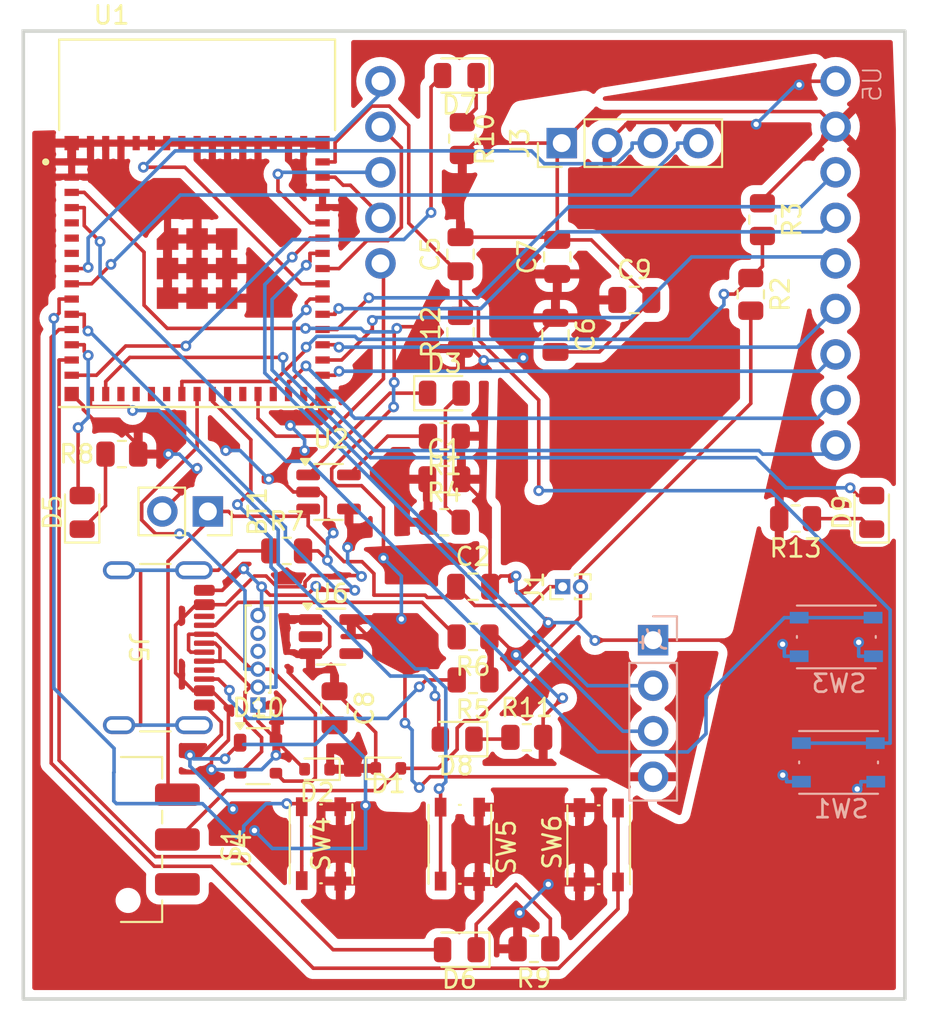
<source format=kicad_pcb>
(kicad_pcb (version 20240108) (generator "pcbnew") (generator_version "8.0")
  (layers (0 "F.Cu" signal) (31 "B.Cu" signal) (34 "B.Paste" user) (35 "F.Paste" user) (36 "B.SilkS" user "B.Silkscreen") (37 "F.SilkS" user "F.Silkscreen") (38 "B.Mask" user) (39 "F.Mask" user) (44 "Edge.Cuts" user))
  (net 0 "")
  (net 1 "GND")
  (net 2 "Net-(BT1-+)")
  (net 3 "+5V")
  (net 4 "VDD")
  (net 5 "+3V3")
  (net 6 "Net-(U1-EN)")
  (net 7 "Net-(D1-A)")
  (net 8 "Net-(D3-A)")
  (net 9 "/STAT")
  (net 10 "/DP")
  (net 11 "/DN")
  (net 12 "/LED_1")
  (net 13 "Net-(D5-K)")
  (net 14 "/LED_2")
  (net 15 "Net-(D6-K)")
  (net 16 "/LED_3")
  (net 17 "Net-(D7-K)")
  (net 18 "/LED_4")
  (net 19 "Net-(D8-K)")
  (net 20 "/LED_5")
  (net 21 "Net-(D9-K)")
  (net 22 "/CC1")
  (net 23 "/CC2")
  (net 24 "/OLED_SDA")
  (net 25 "/OLED_SCL")
  (net 26 "/TX")
  (net 27 "/RX")
  (net 28 "Net-(U2-PROG)")
  (net 29 "/BAT")
  (net 31 "Net-(U1-IO0)")
  (net 32 "/BTN_1")
  (net 33 "/BTN_2")
  (net 34 "/BTN_3")
  (net 35 "/LORA_G2")
  (net 39 "/LORA_G4")
  (net 43 "/LORA_CS")
  (net 45 "/LORA_RST")
  (net 46 "/LORA_GO")
  (net 49 "/LORA_EN")
  (net 50 "/LORA_SCK")
  (net 51 "/LORA_G1")
  (net 54 "/LORA_MISO")
  (net 55 "/LORA_MOSI")
  (net 56 "/LORA_G5")
  (net 57 "/LORA_G3")
  (net 60 "Net-(J5-SHIELD)")
  (net 61 "Net-(J5-CC1)")
  (net 62 "Net-(J5-CC2)")
  (footprint "Capacitor_SMD:C_0805_2012Metric" (layer "F.Cu") (at 143.9 69.25 90)
    (property "Reference" "C5")
    (property "Value" "1u")
  )
  (footprint "Package_TO_SOT_SMD:SOT-143" (layer "F.Cu") (at 132.6 97.25)
    (property "Reference" "D10")
    (property "Value" "SP0503BAHTG")
  )
  (footprint "LED_SMD:LED_0805_2012Metric" (layer "F.Cu") (at 143.8375 108.05 180)
    (property "Reference" "D6")
    (property "Value" "LED")
  )
  (footprint "Resistor_SMD:R_0805_2012Metric" (layer "F.Cu") (at 160.75 67.32 -90)
    (property "Reference" "R3")
    (property "Value" "5k1")
  )
  (footprint "Package_TO_SOT_SMD:SOT-23-5" (layer "F.Cu") (at 136.6688 90.5812)
    (property "Reference" "U6")
    (property "Value" "LP5907MFX-3.3")
  )
  (footprint "Resistor_SMD:R_0805_2012Metric" (layer "F.Cu") (at 144.6 93 180)
    (property "Reference" "R5")
    (property "Value" "5k1")
  )
  (footprint "Button_Switch_SMD:SW_Push_1P1T_NO_Vertical_Wuerth_434133025816" (layer "F.Cu") (at 136.115 102.145 -90)
    (property "Reference" "SW4")
    (property "Value" "Boot")
  )
  (footprint "Resistor_SMD:R_0805_2012Metric" (layer "F.Cu") (at 148 108 180)
    (property "Reference" "R9")
    (property "Value" "R")
  )
  (footprint "Button_Switch_SMD:SW_SPDT_CK_JS102011SAQN" (layer "F.Cu") (at 125.35 101.9 -90)
    (property "Reference" "S1")
    (property "Value" "JS102011SAQN")
  )
  (footprint "Capacitor_SMD:C_0805_2012Metric" (layer "F.Cu") (at 149.2 73.75 -90)
    (property "Reference" "C6")
    (property "Value" "22u")
  )
  (footprint "Diode_SMD:D_SOD-523" (layer "F.Cu") (at 139.8688 97.9312)
    (property "Reference" "D1")
    (property "Value" "D_Schottky")
  )
  (footprint "Resistor_SMD:R_0805_2012Metric" (layer "F.Cu") (at 143 79.4 180)
    (property "Reference" "R1")
    (property "Value" "2k")
  )
  (footprint "Connector_PinHeader_1.00mm:PinHeader_1x06_P1.00mm_Vertical" (layer "F.Cu") (at 132.6 94.4 180)
    (property "Reference" "U4")
    (property "Value" "USBC_Probe_Point")
  )
  (footprint "Connector_USB:USB_C_Receptacle_GCT_USB4105-xx-A_16P_TopMnt_Horizontal" (layer "F.Cu") (at 125.92 91.2 -90)
    (property "Reference" "J5")
    (property "Value" "USB_C_Receptacle_USB2.0_16P")
  )
  (footprint "Connector_PinSocket_2.54mm:PinSocket_1x02_P2.54mm_Vertical" (layer "F.Cu") (at 129.8 83.6 -90)
    (property "Reference" "BT1")
    (property "Value" "3.7")
  )
  (footprint "LED_SMD:LED_0805_2012Metric" (layer "F.Cu") (at 143.835 59.28 180)
    (property "Reference" "D7")
    (property "Value" "LED")
  )
  (footprint "Capacitor_SMD:C_0805_2012Metric" (layer "F.Cu") (at 144.6 87.8)
    (property "Reference" "C2")
    (property "Value" "4.7u")
  )
  (footprint "Resistor_SMD:R_0805_2012Metric" (layer "F.Cu") (at 162.6 84 180)
    (property "Reference" "R13")
    (property "Value" "R")
  )
  (footprint "Resistor_SMD:R_0805_2012Metric" (layer "F.Cu") (at 147.6 96.2)
    (property "Reference" "R11")
    (property "Value" "R")
  )
  (footprint "Button_Switch_SMD:SW_Push_1P1T_NO_Vertical_Wuerth_434133025816" (layer "F.Cu") (at 143.865 102.17 -90)
    (property "Reference" "SW5")
    (property "Value" "Boot")
  )
  (footprint "Resistor_SMD:R_0805_2012Metric" (layer "F.Cu") (at 143 84.2)
    (property "Reference" "R4")
    (property "Value" "470")
  )
  (footprint "Resistor_SMD:R_0805_2012Metric" (layer "F.Cu") (at 134.2 85.8)
    (property "Reference" "R7")
    (property "Value" "100k")
  )
  (footprint "LED_SMD:LED_0805_2012Metric" (layer "F.Cu") (at 122.785 83.65 90)
    (property "Reference" "D5")
    (property "Value" "LED")
  )
  (footprint "LED_SMD:LED_0805_2012Metric" (layer "F.Cu") (at 143.7125 96.3 180)
    (property "Reference" "D8")
    (property "Value" "LED")
  )
  (footprint "LED_SMD:LED_0805_2012Metric" (layer "F.Cu") (at 166.85 83.65 90)
    (property "Reference" "D9")
    (property "Value" "LED")
  )
  (footprint "esp-s3-mini-1:XCVR_ESP32-S3-MINI-1-N8" (layer "F.Cu") (at 129.2 70.05)
    (property "Reference" "U1")
    (property "Value" "ESP32-S3-MINI-1-N8")
  )
  (footprint "Button_Switch_SMD:SW_Push_1P1T_NO_Vertical_Wuerth_434133025816" (layer "F.Cu") (at 151.615 102.195 90)
    (property "Reference" "SW6")
    (property "Value" "Boot")
  )
  (footprint "Capacitor_SMD:C_0805_2012Metric" (layer "F.Cu") (at 149.3 69.4 90)
    (property "Reference" "C7")
    (property "Value" "0.1u")
  )
  (footprint "Resistor_SMD:R_0805_2012Metric" (layer "F.Cu") (at 125 80.4)
    (property "Reference" "R8")
    (property "Value" "R")
  )
  (footprint "Capacitor_SMD:C_0805_2012Metric" (layer "F.Cu") (at 143 81.8)
    (property "Reference" "C1")
    (property "Value" "4.7u")
  )
  (footprint "Resistor_SMD:R_0805_2012Metric" (layer "F.Cu") (at 144 62.8 -90)
    (property "Reference" "R10")
    (property "Value" "R")
  )
  (footprint "Connector_PinHeader_2.54mm:PinHeader_1x04_P2.54mm_Vertical" (layer "F.Cu") (at 149.55 63.05 90)
    (property "Reference" "J3")
    (property "Value" "Conn_01x04_Pin")
  )
  (footprint "Diode_SMD:D_SOD-523" (layer "F.Cu") (at 135.9 97.9812 180)
    (property "Reference" "D2")
    (property "Value" "D_Schottky")
  )
  (footprint "Resistor_SMD:R_0805_2012Metric" (layer "F.Cu") (at 143.9 73.6 90)
    (property "Reference" "R12")
    (property "Value" "10k")
  )
  (footprint "Resistor_SMD:R_0805_2012Metric" (layer "F.Cu") (at 144.6 90.6 180)
    (property "Reference" "R6")
    (property "Value" "5k1")
  )
  (footprint "Capacitor_SMD:C_0805_2012Metric" (layer "F.Cu") (at 153.6 71.8)
    (property "Reference" "C9")
    (property "Value" "1u")
  )
  (footprint "Capacitor_SMD:C_0805_2012Metric" (layer "F.Cu") (at 136.8688 94.5812 -90)
    (property "Reference" "C8")
    (property "Value" "1u")
  )
  (footprint "LED_SMD:LED_0805_2012Metric" (layer "F.Cu") (at 143 77)
    (property "Reference" "D3")
    (property "Value" "LED")
  )
  (footprint "Package_TO_SOT_SMD:SOT-23-5" (layer "F.Cu") (at 136.5375 82.5125)
    (property "Reference" "U2")
    (property "Value" "MCP73831T-5ACI/OT")
  )
  (footprint "Connector_PinHeader_1.00mm:PinHeader_1x02_P1.00mm_Vertical" (layer "F.Cu") (at 149.6 87.8 90)
    (property "Reference" "J1")
    (property "Value" "Current Testing")
  )
  (footprint "Resistor_SMD:R_0805_2012Metric" (layer "F.Cu") (at 160.1 71.4875 -90)
    (property "Reference" "R2")
    (property "Value" "5k1")
  )
  (footprint "Connector_PinHeader_2.54mm:PinHeader_1x04_P2.54mm_Vertical" (layer "B.Cu") (at 154.65 90.78 180)
    (property "Reference" "J4")
    (property "Value" "Conn_01x04_Pin")
  )
  (footprint "Button_Switch_SMD:SW_Push_1P1T_NO_Vertical_Wuerth_434133025816" (layer "B.Cu") (at 165 97.6)
    (property "Reference" "SW1")
    (property "Value" "Boot")
  )
  (footprint "Custom_Lora:Lora_Adafruit" (layer "B.Cu") (at 164.835 59.6 -90)
    (property "Reference" "U5")
    (property "Value" "~")
  )
  (footprint "Button_Switch_SMD:SW_Push_1P1T_NO_Vertical_Wuerth_434133025816" (layer "B.Cu") (at 164.875 90.6)
    (property "Reference" "SW3")
    (property "Value" "Boot")
  )
  (gr_rect (start 119.5 56.8) (end 168.7 110.8) (stroke (width 0.2)) (fill none) (layer "Edge.Cuts"))
  (segment (start 151.42 90.78) (end 154.65 90.78) (width 0.2) (layer "F.Cu") (net 1))
  (segment (start 151.65 74.7) (end 154.55 71.8) (width 0.2) (layer "F.Cu") (net 1))
  (segment (start 134.571948 82.5125) (end 135.4 82.5125) (width 0.2) (layer "F.Cu") (net 1))
  (segment (start 148.8 104.4) (end 150.41 104.4) (width 0.2) (layer "F.Cu") (net 1))
  (segment (start 134.284152 92.2) (end 134.284152 92.556296) (width 0.2) (layer "F.Cu") (net 1))
  (segment (start 161.6481 90.78) (end 161.8748 91.0067) (width 0.2) (layer "F.Cu") (net 1))
  (segment (start 143.9 68.3) (end 149.15 68.3) (width 0.2) (layer "F.Cu") (net 1))
  (segment (start 149.15 68.3) (end 149.3 68.45) (width 0.2) (layer "F.Cu") (net 1))
  (segment (start 132.4 101.4) (end 131.6 100.6) (width 0.2) (layer "F.Cu") (net 1))
  (segment (start 149.3 68.45) (end 151.2 68.45) (width 0.2) (layer "F.Cu") (net 1))
  (segment (start 145.5125 90.6) (end 146 90.6) (width 0.2) (layer "F.Cu") (net 1))
  (segment (start 122.85 77.7) (end 122.85 77.917385) (width 0.2) (layer "F.Cu") (net 1))
  (segment (start 134.4 78.8) (end 134.45 78.8) (width 0.2) (layer "F.Cu") (net 1))
  (segment (start 146 90.6) (end 147 91.6) (width 0.2) (layer "F.Cu") (net 1))
  (segment (start 144 63.7125) (end 144 68.2) (width 0.2) (layer "F.Cu") (net 1))
  (segment (start 136.8 84.8) (end 136.3625 84.3625) (width 0.2) (layer "F.Cu") (net 1))
  (segment (start 135.1125 85.8) (end 135.95147 85.8) (width 0.2) (layer "F.Cu") (net 1))
  (segment (start 130.55 95.35) (end 129.6 94.4) (width 0.2) (layer "F.Cu") (net 1))
  (segment (start 130.758949 97.4) (end 130.758949 97.341051) (width 0.2) (layer "F.Cu") (net 1))
  (segment (start 129.2 81.2) (end 129 81.4) (width 0.2) (layer "F.Cu") (net 1))
  (segment (start 133.2 81.8) (end 133.859448 81.8) (width 0.2) (layer "F.Cu") (net 1))
  (segment (start 133.2697 88.2697) (end 135.3303 88.2697) (width 0.2) (layer "F.Cu") (net 1))
  (segment (start 160.75 66.4075) (end 160.75 66.225) (width 0.2) (layer "F.Cu") (net 1))
  (segment (start 136.8688 95.140944) (end 136.8688 95.5312) (width 0.2) (layer "F.Cu") (net 1))
  (segment (start 136.3625 84.3625) (end 136.3625 82.812501) (width 0.2) (layer "F.Cu") (net 1))
  (segment (start 136.3625 82.812501) (end 136.062499 82.5125) (width 0.2) (layer "F.Cu") (net 1))
  (segment (start 151.4 90.8) (end 151.42 90.78) (width 0.2) (layer "F.Cu") (net 1))
  (segment (start 147.0875 106.1125) (end 147.2 106) (width 0.2) (layer "F.Cu") (net 1))
  (segment (start 149.6 94) (end 148.5125 95.0875) (width 0.2) (layer "F.Cu") (net 1))
  (segment (start 147 91.6) (end 148.8 89.8) (width 0.2) (layer "F.Cu") (net 1))
  (segment (start 145.55 83.4) (end 143.95 81.8) (width 0.2) (layer "F.Cu") (net 1))
  (segment (start 164.835 62.14) (end 163.985 61.29) (width 0.2) (layer "F.Cu") (net 1))
  (segment (start 163.985 61.29) (end 151.31 61.29) (width 0.2) (layer "F.Cu") (net 1))
  (segment (start 130.6 88) (end 129.6 88) (width 0.2) (layer "F.Cu") (net 1))
  (segment (start 144.6625 63.05) (end 144 63.7125) (width 0.2) (layer "F.Cu") (net 1))
  (segment (start 149.3 68.45) (end 149.3 63.3) (width 0.2) (layer "F.Cu") (net 1))
  (segment (start 134.284152 92.556296) (end 136.8688 95.140944) (width 0.2) (layer "F.Cu") (net 1))
  (segment (start 128.8 97.2) (end 129.4 97.2) (width 0.2) (layer "F.Cu") (net 1))
  (segment (start 124.6 78.6) (end 125.9125 79.9125) (width 0.2) (layer "F.Cu") (net 1))
  (segment (start 133.859448 81.8) (end 134.571948 82.5125) (width 0.2) (layer "F.Cu") (net 1))
  (segment (start 160.75 66.225) (end 164.835 62.14) (width 0.2) (layer "F.Cu") (net 1))
  (segment (start 134.45 78.8) (end 136.2 77.05) (width 0.2) (layer "F.Cu") (net 1))
  (segment (start 133.2 81.8) (end 134.8 80.2) (width 0.2) (layer "F.Cu") (net 1))
  (segment (start 136.04853 88) (end 138 88) (width 0.2) (layer "F.Cu") (net 1))
  (segment (start 135.95147 85.8) (end 136.475735 86.324265) (width 0.2) (layer "F.Cu") (net 1))
  (segment (start 131.6 100.6) (end 131.2 100.2) (width 0.2) (layer "F.Cu") (net 1))
  (segment (start 131.8 86.8) (end 131.8 86.6) (width 0.2) (layer "F.Cu") (net 1))
  (segment (start 149.55 63.05) (end 144.6625 63.05) (width 0.2) (layer "F.Cu") (net 1))
  (segment (start 147.0875 108) (end 147.0875 106.1125) (width 0.2) (layer "F.Cu") (net 1))
  (segment (start 154.65 90.78) (end 161.6481 90.78) (width 0.2) (layer "F.Cu") (net 1))
  (segment (start 134.8 80.2) (end 135.2 80.2) (width 0.2) (layer "F.Cu") (net 1))
  (segment (start 145.55 87.8) (end 145.55 83.4) (width 0.2) (layer "F.Cu") (net 1))
  (segment (start 130.55 96.05) (end 130.55 95.35) (width 0.2) (layer "F.Cu") (net 1))
  (segment (start 135.824265 87.775735) (end 136.04853 88) (width 0.2) (layer "F.Cu") (net 1))
  (segment (start 122.85 77.917385) (end 123.532615 78.6) (width 0.2) (layer "F.Cu") (net 1))
  (segment (start 145.5125 90.6) (end 145.5125 93) (width 0.2) (layer "F.Cu") (net 1))
  (segment (start 125.9125 80.4) (end 127.6 80.4) (width 0.2) (layer "F.Cu") (net 1))
  (segment (start 144 68.2) (end 143.9 68.3) (width 0.2) (layer "F.Cu") (net 1))
  (segment (start 131.8 86.8) (end 130.6 88) (width 0.2) (layer "F.Cu") (net 1))
  (segment (start 151.31 61.29) (end 149.55 63.05) (width 0.2) (layer "F.Cu") (net 1))
  (segment (start 122.2 77.05) (end 122.85 77.7) (width 0.2) (layer "F.Cu") (net 1))
  (segment (start 129 81.4) (end 129 81.86) (width 0.2) (layer "F.Cu") (net 1))
  (segment (start 132.8 87.8) (end 133.2697 88.2697) (width 0.2) (layer "F.Cu") (net 1))
  (segment (start 149.2 74.7) (end 151.65 74.7) (width 0.2) (layer "F.Cu") (net 1))
  (segment (start 147 87.2) (end 146.15 87.2) (width 0.2) (layer "F.Cu") (net 1))
  (segment (start 150.41 104.4) (end 150.54 104.27) (width 0.2) (layer "F.Cu") (net 1))
  (segment (start 148.5125 95.0875) (end 148.5125 96.2) (width 0.2) (layer "F.Cu") (net 1))
  (segment (start 125.9125 79.9125) (end 125.9125 80.4) (width 0.2) (layer "F.Cu") (net 1))
  (segment (start 129 81.86) (end 127.26 83.6) (width 0.2) (layer "F.Cu") (net 1))
  (segment (start 129.4 97.2) (end 130.55 96.05) (width 0.2) (layer "F.Cu") (net 1))
  (segment (start 135.3303 88.2697) (end 135.824265 87.775735) (width 0.2) (layer "F.Cu") (net 1))
  (segment (start 123.532615 78.6) (end 124.6 78.6) (width 0.2) (layer "F.Cu") (net 1))
  (segment (start 151.2 68.45) (end 154.55 71.8) (width 0.2) (layer "F.Cu") (net 1))
  (segment (start 130.758949 97.341051) (end 131.6 96.5) (width 0.2) (layer "F.Cu") (net 1))
  (segment (start 149.3 63.3) (end 149.55 63.05) (width 0.2) (layer "F.Cu") (net 1))
  (segment (start 146.15 87.2) (end 145.55 87.8) (width 0.2) (layer "F.Cu") (net 1))
  (segment (start 136.062499 82.5125) (end 135.4 82.5125) (width 0.2) (layer "F.Cu") (net 1))
  (via (at 131.8 86.8) (size 0.6) (drill 0.3) (layers "F.Cu" "B.Cu") (net 1))
  (via (at 136.8 84.8) (size 0.6) (drill 0.3) (layers "F.Cu" "B.Cu") (net 1))
  (via (at 135.824265 87.775735) (size 0.6) (drill 0.3) (layers "F.Cu" "B.Cu") (net 1))
  (via (at 132.8 87.8) (size 0.6) (drill 0.3) (layers "F.Cu" "B.Cu") (net 1))
  (via (at 136.475735 86.324265) (size 0.6) (drill 0.3) (layers "F.Cu" "B.Cu") (net 1))
  (via (at 135.2 80.2) (size 0.6) (drill 0.3) (layers "F.Cu" "B.Cu") (net 1))
  (via (at 151.4 90.8) (size 0.6) (drill 0.3) (layers "F.Cu" "B.Cu") (net 1))
  (via (at 131.2 100.2) (size 0.6) (drill 0.3) (layers "F.Cu" "B.Cu") (net 1))
  (via (at 133.2 81.8) (size 0.6) (drill 0.3) (layers "F.Cu" "B.Cu") (net 1))
  (via (at 147 87.2) (size 0.6) (drill 0.3) (layers "F.Cu" "B.Cu") (net 1))
  (via (at 130.758949 97.4) (size 0.6) (drill 0.3) (layers "F.Cu" "B.Cu") (net 1))
  (via (at 148.8 89.8) (size 0.6) (drill 0.3) (layers "F.Cu" "B.Cu") (net 1))
  (via (at 147 91.6) (size 0.6) (drill 0.3) (layers "F.Cu" "B.Cu") (net 1))
  (via (at 134.4 78.8) (size 0.6) (drill 0.3) (layers "F.Cu" "B.Cu") (net 1))
  (via (at 138.6 100) (size 0.6) (drill 0.3) (layers "F.Cu" "B.Cu") (net 1))
  (via (at 166.1233 90.9) (size 0.6) (drill 0.3) (layers "F.Cu" "B.Cu") (net 1))
  (via (at 161.884 98.3077) (size 0.6) (drill 0.3) (layers "F.Cu" "B.Cu") (net 1))
  (via (at 130.8 80.2) (size 0.6) (drill 0.3) (layers "F.Cu" "B.Cu") (net 1))
  (via (at 161.8748 91.0067) (size 0.6) (drill 0.3) (layers "F.Cu" "B.Cu") (net 1))
  (via (at 129.2 81.2) (size 0.6) (drill 0.3) (layers "F.Cu" "B.Cu") (net 1))
  (via (at 127.6 80.4) (size 0.6) (drill 0.3) (layers "F.Cu" "B.Cu") (net 1))
  (via (at 166.0404 99.0839) (size 0.6) (drill 0.3) (layers "F.Cu" "B.Cu") (net 1))
  (via (at 149.6 94) (size 0.6) (drill 0.3) (layers "F.Cu" "B.Cu") (net 1))
  (via (at 147.2 106) (size 0.6) (drill 0.3) (layers "F.Cu" "B.Cu") (net 1))
  (via (at 128.8 97.2) (size 0.6) (drill 0.3) (layers "F.Cu" "B.Cu") (net 1))
  (via (at 132.4 101.4) (size 0.6) (drill 0.3) (layers "F.Cu" "B.Cu") (net 1))
  (via (at 148.8 104.4) (size 0.6) (drill 0.3) (layers "F.Cu" "B.Cu") (net 1))
  (via (at 138 88) (size 0.6) (drill 0.3) (layers "F.Cu" "B.Cu") (net 1))
  (segment (start 132.6 89.4) (end 132.8 89.2) (width 0.2) (layer "B.Cu") (net 1))
  (segment (start 138.6 100) (end 138.6 97.4) (width 0.2) (layer "B.Cu") (net 1))
  (segment (start 133.4 102.4) (end 132.4 101.4) (width 0.2) (layer "B.Cu") (net 1))
  (segment (start 130.8 80.2) (end 131.6 80.2) (width 0.2) (layer "B.Cu") (net 1))
  (segment (start 149.4 94) (end 149.6 94) (width 0.2) (layer "B.Cu") (net 1))
  (segment (start 128.8 97.2) (end 128.8 97.8) (width 0.2) (layer "B.Cu") (net 1))
  (segment (start 147 91.6) (end 149.4 94) (width 0.2) (layer "B.Cu") (net 1))
  (segment (start 148.8 89.8) (end 150.4 89.8) (width 0.2) (layer "B.Cu") (net 1))
  (segment (start 129 97.4) (end 130.758949 97.4) (width 0.2) (layer "B.Cu") (net 1))
  (segment (start 135.8 96.6) (end 131.8 96.6) (width 0.2) (layer "B.Cu") (net 1))
  (segment (start 135.2 80.2) (end 135.2 79.6) (width 0.2) (layer "B.Cu") (net 1))
  (segment (start 148.8 89.8) (end 147 88) (width 0.2) (layer "B.Cu") (net 1))
  (segment (start 132.8 87.8) (end 131.8 86.8) (width 0.2) (layer "B.Cu") (net 1))
  (segment (start 167.075 98.675) (end 166.2483 98.675) (width 0.2) (layer "B.Cu") (net 1))
  (segment (start 135.2 79.6) (end 134.4 78.8) (width 0.2) (layer "B.Cu") (net 1))
  (segment (start 131.6 80.2) (end 133.2 81.8) (width 0.2) (layer "B.Cu") (net 1))
  (segment (start 161.8748 91.0067) (end 161.9733 91.1052) (width 0.2) (layer "B.Cu") (net 1))
  (segment (start 129 81.2) (end 129.2 81.2) (width 0.2) (layer "B.Cu") (net 1))
  (segment (start 147.4 105.8) (end 148.8 104.4) (width 0.2) (layer "B.Cu") (net 1))
  (segment (start 136.475735 86.324265) (end 136.475735 85.124265) (width 0.2) (layer "B.Cu") (net 1))
  (segment (start 136.8 95.6) (end 135.8 96.6) (width 0.2) (layer "B.Cu") (net 1))
  (segment (start 147 88) (end 147 87.2) (width 0.2) (layer "B.Cu") (net 1))
  (segment (start 161.884 98.3077) (end 162.0983 98.522) (width 0.2) (layer "B.Cu") (net 1))
  (segment (start 138.6 97.4) (end 136.8 95.6) (width 0.2) (layer "B.Cu") (net 1))
  (segment (start 128.2 80.4) (end 129 81.2) (width 0.2) (layer "B.Cu") (net 1))
  (segment (start 136.475735 86.475735) (end 136.475735 86.324265) (width 0.2) (layer "B.Cu") (net 1))
  (segment (start 136.475735 85.124265) (end 136.8 84.8) (width 0.2) (layer "B.Cu") (net 1))
  (segment (start 138 88) (end 136.475735 86.475735) (width 0.2) (layer "B.Cu") (net 1))
  (segment (start 138.6 100) (end 138.6 102.4) (width 0.2) (layer "B.Cu") (net 1))
  (segment (start 166.1233 90.9) (end 166.1233 91.675) (width 0.2) (layer "B.Cu") (net 1))
  (segment (start 138.6 102.4) (end 133.4 102.4) (width 0.2) (layer "B.Cu") (net 1))
  (segment (start 166.0404 99.0839) (end 166.2483 98.876) (width 0.2) (layer "B.Cu") (net 1))
  (segment (start 132.8 89.2) (end 132.8 87.8) (width 0.2) (layer "B.Cu") (net 1))
  (segment (start 162.8 91.675) (end 161.9733 91.675) (width 0.2) (layer "B.Cu") (net 1))
  (segment (start 166.2483 98.876) (end 166.2483 98.675) (width 0.2) (layer "B.Cu") (net 1))
  (segment (start 166.95 91.675) (end 166.1233 91.675) (width 0.2) (layer "B.Cu") (net 1))
  (segment (start 128.8 97.8) (end 131.2 100.2) (width 0.2) (layer "B.Cu") (net 1))
  (segment (start 128.8 97.2) (end 129 97.4) (width 0.2) (layer "B.Cu") (net 1))
  (segment (start 161.9733 91.1052) (end 161.9733 91.675) (width 0.2) (layer "B.Cu") (net 1))
  (segment (start 150.4 89.8) (end 151.4 90.8) (width 0.2) (layer "B.Cu") (net 1))
  (segment (start 162.0983 98.522) (end 162.0983 98.675) (width 0.2) (layer "B.Cu") (net 1))
  (segment (start 127.6 80.4) (end 128.2 80.4) (width 0.2) (layer "B.Cu") (net 1))
  (segment (start 147.2 106) (end 147.4 105.8) (width 0.2) (layer "B.Cu") (net 1))
  (segment (start 162.925 98.675) (end 162.0983 98.675) (width 0.2) (layer "B.Cu") (net 1))
  (segment (start 142.053186 88.4) (end 141.922885 88.2697) (width 0.2) (layer "F.Cu") (net 2))
  (segment (start 147.8277 88.8456) (end 144.6956 88.8456) (width 0.2) (layer "F.Cu") (net 2))
  (segment (start 141.922885 88.2697) (end 139.0697 88.2697) (width 0.2) (layer "F.Cu") (net 2))
  (segment (start 129.8 83.6) (end 130.3533 83.6) (width 0.2) (layer "F.Cu") (net 2))
  (segment (start 135.4 83.8666) (end 131.2183 83.8666) (width 0.2) (layer "F.Cu") (net 2))
  (segment (start 144.6956 88.8456) (end 143.65 87.8) (width 0.2) (layer "F.Cu") (net 2))
  (segment (start 138.399999 86.4) (end 137.4 86.4) (width 0.2) (layer "F.Cu") (net 2))
  (segment (start 143.05 88.4) (end 142.053186 88.4) (width 0.2) (layer "F.Cu") (net 2))
  (segment (start 135.4 84.4) (end 135.4 83.8666) (width 0.2) (layer "F.Cu") (net 2))
  (segment (start 139.0697 88.2697) (end 139.0697 87.069701) (width 0.2) (layer "F.Cu") (net 2))
  (segment (start 130.3533 83.6) (end 130.9517 83.6) (width 0.2) (layer "F.Cu") (net 2))
  (segment (start 131.2183 83.8666) (end 130.9517 83.6) (width 0.2) (layer "F.Cu") (net 2))
  (segment (start 135.4 83.8666) (end 135.4 83.4625) (width 0.2) (layer "F.Cu") (net 2))
  (segment (start 143.65 87.8) (end 143.05 88.4) (width 0.2) (layer "F.Cu") (net 2))
  (segment (start 148.8733 87.8) (end 147.8277 88.8456) (width 0.2) (layer "F.Cu") (net 2))
  (segment (start 137.4 86.4) (end 135.4 84.4) (width 0.2) (layer "F.Cu") (net 2))
  (segment (start 149.6 87.8) (end 148.8733 87.8) (width 0.2) (layer "F.Cu") (net 2))
  (segment (start 127.5775 86.3758) (end 127.5775 98.8775) (width 0.2) (layer "F.Cu") (net 2))
  (segment (start 130.3533 83.6) (end 127.5775 86.3758) (width 0.2) (layer "F.Cu") (net 2))
  (segment (start 139.0697 87.069701) (end 138.399999 86.4) (width 0.2) (layer "F.Cu") (net 2))
  (segment (start 127.5775 98.8775) (end 128.1 99.4) (width 0.2) (layer "F.Cu") (net 2))
  (segment (start 129.6 88.8) (end 129.143 88.8) (width 0.2) (layer "F.Cu") (net 3))
  (segment (start 130.796414 88.8) (end 129.6 88.8) (width 0.2) (layer "F.Cu") (net 3))
  (segment (start 137.6 85.6) (end 137.675 85.525) (width 0.2) (layer "F.Cu") (net 3))
  (segment (start 133.648529 87.8) (end 133.048529 87.2) (width 0.2) (layer "F.Cu") (net 3))
  (segment (start 132.6 95.3) (end 133.6 96.3) (width 0.2) (layer "F.Cu") (net 3))
  (segment (start 128.99 93.6) (end 129.6 93.6) (width 0.2) (layer "F.Cu") (net 3))
  (segment (start 130.015552 93.6) (end 129.6 93.6) (width 0.2) (layer "F.Cu") (net 3))
  (segment (start 132.396414 87.2) (end 130.796414 88.8) (width 0.2) (layer "F.Cu") (net 3))
  (segment (start 128 89.9426) (end 128 92.6104) (width 0.2) (layer "F.Cu") (net 3))
  (segment (start 135.224265 87.8) (end 133.648529 87.8) (width 0.2) (layer "F.Cu") (net 3))
  (segment (start 132.6 94.4) (end 132.6 95.3) (width 0.2) (layer "F.Cu") (net 3))
  (segment (start 133.6 96.3812) (end 135.2 97.9812) (width 0.2) (layer "F.Cu") (net 3))
  (segment (start 130.95 94.534448) (end 130.015552 93.6) (width 0.2) (layer "F.Cu") (net 3))
  (segment (start 133.6 96.3) (end 133.6 96.3812) (width 0.2) (layer "F.Cu") (net 3))
  (segment (start 135.224265 87.527206) (end 135.224265 87.8) (width 0.2) (layer "F.Cu") (net 3))
  (segment (start 129.143 88.8) (end 128 89.9426) (width 0.2) (layer "F.Cu") (net 3))
  (segment (start 138.327205 87.175735) (end 135.575736 87.175735) (width 0.2) (layer "F.Cu") (net 3))
  (segment (start 130.95 96.36042) (end 130.95 94.534448) (width 0.2) (layer "F.Cu") (net 3))
  (segment (start 135.575736 87.175735) (end 135.224265 87.527206) (width 0.2) (layer "F.Cu") (net 3))
  (segment (start 130 97.31042) (end 130.95 96.36042) (width 0.2) (layer "F.Cu") (net 3))
  (segment (start 130 98) (end 130 97.31042) (width 0.2) (layer "F.Cu") (net 3))
  (segment (start 133.048529 87.2) (end 132.396414 87.2) (width 0.2) (layer "F.Cu") (net 3))
  (segment (start 138.375735 87.224265) (end 138.327205 87.175735) (width 0.2) (layer "F.Cu") (net 3))
  (segment (start 128 92.6104) (end 128.99 93.6) (width 0.2) (layer "F.Cu") (net 3))
  (segment (start 137.675 85.525) (end 137.675 83.4625) (width 0.2) (layer "F.Cu") (net 3))
  (via (at 133.6 97.2) (size 0.6) (drill 0.3) (layers "F.Cu" "B.Cu") (net 3))
  (via (at 137.6 85.6) (size 0.6) (drill 0.3) (layers "F.Cu" "B.Cu") (net 3))
  (via (at 137.6 85.6) (size 0.6) (drill 0.3) (layers "F.Cu" "B.Cu") (net 3))
  (via (at 130 98) (size 0.6) (drill 0.3) (layers "F.Cu" "B.Cu") (net 3))
  (via (at 138.375735 87.224265) (size 0.6) (drill 0.3) (layers "F.Cu" "B.Cu") (net 3))
  (segment (start 132.8 98) (end 133.6 97.2) (width 0.2) (layer "B.Cu") (net 3))
  (segment (start 137.6 86.44853) (end 137.6 85.6) (width 0.2) (layer "B.Cu") (net 3))
  (segment (start 130 98) (end 132.8 98) (width 0.2) (layer "B.Cu") (net 3))
  (segment (start 138.375735 87.224265) (end 137.6 86.44853) (width 0.2) (layer "B.Cu") (net 3))
  (segment (start 139.169 97.9312) (end 139.119 97.9812) (width 0.2) (layer "F.Cu") (net 4))
  (segment (start 135.5313 91.5312) (end 136.193799 91.5312) (width 0.2) (layer "F.Cu") (net 4))
  (segment (start 136.193799 91.5312) (end 136.6 91.124999) (width 0.2) (layer "F.Cu") (net 4))
  (segment (start 136.8688 93.6312) (end 139.1688 95.9312) (width 0.2) (layer "F.Cu") (net 4))
  (segment (start 139.1688 95.9312) (end 139.1688 97.9312) (width 0.2) (layer "F.Cu") (net 4))
  (segment (start 136.193799 89.6312) (end 135.5313 89.6312) (width 0.2) (layer "F.Cu") (net 4))
  (segment (start 136.6 91.124999) (end 136.6 90.037401) (width 0.2) (layer "F.Cu") (net 4))
  (segment (start 136.6 90.037401) (end 136.193799 89.6312) (width 0.2) (layer "F.Cu") (net 4))
  (segment (start 136.869 93.0688) (end 136.869 93.6312) (width 0.2) (layer "F.Cu") (net 4))
  (segment (start 147.6 74.8333) (end 147.6 74.4) (width 0.2) (layer "F.Cu") (net 5))
  (segment (start 140.3458 73.3846) (end 140.4363 73.2941) (width 0.2) (layer "F.Cu") (net 5))
  (segment (start 160.3 61.9) (end 160.4 62) (width 0.2) (layer "F.Cu") (net 5))
  (segment (start 143.9 74.5125) (end 144.5366 74.5125) (width 0.2) (layer "F.Cu") (net 5))
  (segment (start 122.2 65.8) (end 122.9017 65.8) (width 0.2) (layer "F.Cu") (net 5))
  (segment (start 140.2 73.5304) (end 140.3458 73.3846) (width 0.2) (layer "F.Cu") (net 5))
  (segment (start 127.5345 73.3869) (end 126.2398 72.0922) (width 0.2) (layer "F.Cu") (net 5))
  (segment (start 154.65 98.2403) (end 154.65 98.4) (width 0.2) (layer "F.Cu") (net 5))
  (segment (start 138.378052 82.1625) (end 139.6 83.384448) (width 0.2) (layer "F.Cu") (net 5))
  (segment (start 140.8 92.6249) (end 137.8063 89.6312) (width 0.2) (layer "F.Cu") (net 5))
  (segment (start 144.5366 74.5125) (end 145.2 75.1759) (width 0.2) (layer "F.Cu") (net 5))
  (segment (start 152.09 63.05) (end 153.24 61.9) (width 0.2) (layer "F.Cu") (net 5))
  (segment (start 147.6 74.4) (end 149.2 72.8) (width 0.2) (layer "F.Cu") (net 5))
  (segment (start 142.2 98.4) (end 141.6 99) (width 0.2) (layer "F.Cu") (net 5))
  (segment (start 140.5688 89.6312) (end 140.6 89.6) (width 0.2) (layer "F.Cu") (net 5))
  (segment (start 140.167224 77.767224) (end 136.7125 81.221948) (width 0.2) (layer "F.Cu") (net 5))
  (segment (start 136.971948 82.1625) (end 138.378052 82.1625) (width 0.2) (layer "F.Cu") (net 5))
  (segment (start 139.6 83.384448) (end 139.6 86.2) (width 0.2) (layer "F.Cu") (net 5))
  (segment (start 153.24 61.9) (end 160.3 61.9) (width 0.2) (layer "F.Cu") (net 5))
  (segment (start 140.2 76.4) (end 140.2 73.5304) (width 0.2) (layer "F.Cu") (net 5))
  (segment (start 141.3148 73.2941) (end 142.5332 74.5125) (width 0.2) (layer "F.Cu") (net 5))
  (segment (start 140.4363 73.2941) (end 141.3148 73.2941) (width 0.2) (layer "F.Cu") (net 5))
  (segment (start 136.7125 81.903052) (end 136.971948 82.1625) (width 0.2) (layer "F.Cu") (net 5))
  (segment (start 126.2398 69.1381) (end 122.9017 65.8) (width 0.2) (layer "F.Cu") (net 5))
  (segment (start 142.5332 74.5125) (end 143.9 74.5125) (width 0.2) (layer "F.Cu") (net 5))
  (segment (start 126.2398 72.0922) (end 126.2398 69.1381) (width 0.2) (layer "F.Cu") (net 5))
  (segment (start 154.65 98.4) (end 142.2 98.4) (width 0.2) (layer "F.Cu") (net 5))
  (segment (start 162.8 59.8) (end 163.2 59.8) (width 0.2) (layer "F.Cu") (net 5))
  (segment (start 140.8 95.4) (end 140.8 92.6249) (width 0.2) (layer "F.Cu") (net 5))
  (segment (start 135.2483 73.3869) (end 127.5345 73.3869) (width 0.2) (layer "F.Cu") (net 5))
  (segment (start 136.7125 81.221948) (end 136.7125 81.903052) (width 0.2) (layer "F.Cu") (net 5))
  (segment (start 137.8063 89.6312) (end 140.5688 89.6312) (width 0.2) (layer "F.Cu") (net 5))
  (segment (start 163.4 59.6) (end 164.835 59.6) (width 0.2) (layer "F.Cu") (net 5))
  (segment (start 163.2 59.8) (end 163.4 59.6) (width 0.2) (layer "F.Cu") (net 5))
  (segment (start 147.4 75.0333) (end 147.6 74.8333) (width 0.2) (layer "F.Cu") (net 5))
  (via (at 141.6 99) (size 0.6) (drill 0.3) (layers "F.Cu" "B.Cu") (net 5))
  (via (at 140.167224 77.767224) (size 0.6) (drill 0.3) (layers "F.Cu" "B.Cu") (net 5))
  (via (at 147.4 75.0333) (size 0.6) (drill 0.3) (layers "F.Cu" "B.Cu") (net 5))
  (via (at 140.3458 73.3846) (size 0.6) (drill 0.3) (layers "F.Cu" "B.Cu") (net 5))
  (via (at 145.2 75.1759) (size 0.6) (drill 0.3) (layers "F.Cu" "B.Cu") (net 5))
  (via (at 140.8 95.4) (size 0.6) (drill 0.3) (layers "F.Cu" "B.Cu") (net 5))
  (via (at 135.2483 73.3869) (size 0.6) (drill 0.3) (layers "F.Cu" "B.Cu") (net 5))
  (via (at 140.2 76.4) (size 0.6) (drill 0.3) (layers "F.Cu" "B.Cu") (net 5))
  (via (at 139.6 86.2) (size 0.6) (drill 0.3) (layers "F.Cu" "B.Cu") (net 5))
  (via (at 160.4 62) (size 0.6) (drill 0.3) (layers "F.Cu" "B.Cu") (net 5))
  (via (at 140.6 89.6) (size 0.6) (drill 0.3) (layers "F.Cu" "B.Cu") (net 5))
  (via (at 162.8 59.8) (size 0.6) (drill 0.3) (layers "F.Cu" "B.Cu") (net 5))
  (segment (start 147.2574 75.1759) (end 147.4 75.0333) (width 0.2) (layer "B.Cu") (net 5))
  (segment (start 138.5286 73.58) (end 138.3355 73.3869) (width 0.2) (layer "B.Cu") (net 5))
  (segment (start 138.3355 73.3869) (end 135.2483 73.3869) (width 0.2) (layer "B.Cu") (net 5))
  (segment (start 141.2 98.6) (end 141.2 95.8) (width 0.2) (layer "B.Cu") (net 5))
  (segment (start 140.1504 73.58) (end 138.5286 73.58) (width 0.2) (layer "B.Cu") (net 5))
  (segment (start 140.167224 76.432776) (end 140.2 76.4) (width 0.2) (layer "B.Cu") (net 5))
  (segment (start 140.6 89.6) (end 140.6 87.2) (width 0.2) (layer "B.Cu") (net 5))
  (segment (start 162.6 59.8) (end 162.8 59.8) (width 0.2) (layer "B.Cu") (net 5))
  (segment (start 141.6 99) (end 141.2 98.6) (width 0.2) (layer "B.Cu") (net 5))
  (segment (start 140.3458 73.3846) (end 140.1504 73.58) (width 0.2) (layer "B.Cu") (net 5))
  (segment (start 140.6 87.2) (end 139.6 86.2) (width 0.2) (layer "B.Cu") (net 5))
  (segment (start 141.2 95.8) (end 140.8 95.4) (width 0.2) (layer "B.Cu") (net 5))
  (segment (start 145.2 75.1759) (end 147.2574 75.1759) (width 0.2) (layer "B.Cu") (net 5))
  (segment (start 140.167224 77.767224) (end 140.167224 76.432776) (width 0.2) (layer "B.Cu") (net 5))
  (segment (start 160.4 62) (end 162.6 59.8) (width 0.2) (layer "B.Cu") (net 5))
  (segment (start 143.9 70.4074) (end 143.9 70.2) (width 0.2) (layer "F.Cu") (net 6))
  (segment (start 144.9012 72.3016) (end 144.9012 74.0197) (width 0.2) (layer "F.Cu") (net 6))
  (segment (start 144.5958 72.2432) (end 144.8428 72.2432) (width 0.2) (layer "F.Cu") (net 6))
  (segment (start 138.9351 60.9859) (end 136.9017 63.0193) (width 0.2) (layer "F.Cu") (net 6))
  (segment (start 148.2676 77.3861) (end 148.2676 82.4407) (width 0.2) (layer "F.Cu") (net 6))
  (segment (start 141.0126 62.0764) (end 139.9221 60.9859) (width 0.2) (layer "F.Cu") (net 6))
  (segment (start 143.9 70.4074) (end 141.0126 67.52) (width 0.2) (layer "F.Cu") (net 6))
  (segment (start 144.8428 72.2432) (end 144.9012 72.3016) (width 0.2) (layer "F.Cu") (net 6))
  (segment (start 144.9012 74.0197) (end 148.2676 77.3861) (width 0.2) (layer "F.Cu") (net 6))
  (segment (start 141.0126 67.52) (end 141.0126 62.0764) (width 0.2) (layer "F.Cu") (net 6))
  (segment (start 136.2 64.1) (end 136.9017 64.1) (width 0.2) (layer "F.Cu") (net 6))
  (segment (start 139.9221 60.9859) (end 138.9351 60.9859) (width 0.2) (layer "F.Cu") (net 6))
  (segment (start 143.9 71.5474) (end 143.9 70.4074) (width 0.2) (layer "F.Cu") (net 6))
  (segment (start 136.9017 63.0193) (end 136.9017 64.1) (width 0.2) (layer "F.Cu") (net 6))
  (segment (start 143.9 72.6875) (end 143.9 71.5474) (width 0.2) (layer "F.Cu") (net 6))
  (segment (start 143.9 71.5474) (end 144.5958 72.2432) (width 0.2) (layer "F.Cu") (net 6))
  (via (at 148.2676 82.4407) (size 0.6) (drill 0.3) (layers "F.Cu" "B.Cu") (net 6))
  (segment (start 148.2676 82.4407) (end 161.2204 82.4407) (width 0.2) (layer "B.Cu") (net 6))
  (segment (start 167.05 96.525) (end 162.925 96.525) (width 0.2) (layer "B.Cu") (net 6))
  (segment (start 161.2204 82.4407) (end 167.8767 89.097) (width 0.2) (layer "B.Cu") (net 6))
  (segment (start 167.05 96.525) (end 167.8767 96.525) (width 0.2) (layer "B.Cu") (net 6))
  (segment (start 167.8767 89.097) (end 167.8767 96.525) (width 0.2) (layer "B.Cu") (net 6))
  (segment (start 144.1223 95.2727) (end 143.7125 95.6825) (width 0.2) (layer "F.Cu") (net 7))
  (segment (start 140.5688 97.9312) (end 139.3297 99.1703) (width 0.2) (layer "F.Cu") (net 7))
  (segment (start 150.6 87.0733) (end 160.1 77.5733) (width 0.2) (layer "F.Cu") (net 7))
  (segment (start 143.7125 95.6825) (end 143.7125 96.874) (width 0.2) (layer "F.Cu") (net 7))
  (segment (start 142.6553 97.9312) (end 140.5688 97.9312) (width 0.2) (layer "F.Cu") (net 7))
  (segment (start 160.1 77.5733) (end 160.1 72.4) (width 0.2) (layer "F.Cu") (net 7))
  (segment (start 143.7125 96.874) (end 142.6553 97.9312) (width 0.2) (layer "F.Cu") (net 7))
  (segment (start 150.6 89.4782) (end 144.8055 95.2727) (width 0.2) (layer "F.Cu") (net 7))
  (segment (start 150.6 87.8) (end 150.6 89.4782) (width 0.2) (layer "F.Cu") (net 7))
  (segment (start 150.6 87.8) (end 150.6 87.0733) (width 0.2) (layer "F.Cu") (net 7))
  (segment (start 144.8055 95.2727) (end 144.1223 95.2727) (width 0.2) (layer "F.Cu") (net 7))
  (segment (start 139.3297 99.1703) (end 130.8297 99.1703) (width 0.2) (layer "F.Cu") (net 7))
  (segment (start 130.8297 99.1703) (end 128.1 101.9) (width 0.2) (layer "F.Cu") (net 7))
  (segment (start 143.057 77.8805) (end 143.057 83.3445) (width 0.2) (layer "F.Cu") (net 8))
  (segment (start 143.9375 77) (end 143.057 77.8805) (width 0.2) (layer "F.Cu") (net 8))
  (segment (start 143.057 83.3445) (end 143.9125 84.2) (width 0.2) (layer "F.Cu") (net 8))
  (segment (start 139.9625 77) (end 142.0625 77) (width 0.2) (layer "F.Cu") (net 9))
  (segment (start 135.4 81.5625) (end 139.9625 77) (width 0.2) (layer "F.Cu") (net 9))
  (segment (start 130.45 91.95) (end 129.6 91.95) (width 0.2) (layer "F.Cu") (net 10))
  (segment (start 130.475 91.2176) (end 130.475 91.925) (width 0.2) (layer "F.Cu") (net 10))
  (segment (start 132.2 79.6) (end 132.2 82.4685) (width 0.2) (layer "F.Cu") (net 10))
  (segment (start 129.6 90.95) (end 130.207 90.95) (width 0.2) (layer "F.Cu") (net 10))
  (segment (start 132.2 82.4685) (end 131.453 83.2155) (width 0.2) (layer "F.Cu") (net 10))
  (segment (start 132.193 93.4) (end 132.6 93.4) (width 0.2) (layer "F.Cu") (net 10))
  (segment (start 132.8 97) (end 132.8 96.2126) (width 0.2) (layer "F.Cu") (net 10))
  (segment (start 130.05 77.05) (end 130.05 77.45) (width 0.2) (layer "F.Cu") (net 10))
  (segment (start 131.8733 93.6763) (end 132.1713 93.3783) (width 0.2) (layer "F.Cu") (net 10))
  (segment (start 131.8733 95.2859) (end 131.8733 93.6763) (width 0.2) (layer "F.Cu") (net 10))
  (segment (start 130.207 90.95) (end 130.475 91.2176) (width 0.2) (layer "F.Cu") (net 10))
  (segment (start 130.05 77.45) (end 132.2 79.6) (width 0.2) (layer "F.Cu") (net 10))
  (segment (start 131.6 98.2) (end 132.8 97) (width 0.2) (layer "F.Cu") (net 10))
  (segment (start 129.6 91.95) (end 130.45 91.95) (width 0.2) (layer "F.Cu") (net 10))
  (segment (start 130.743 91.95) (end 132.1713 93.3783) (width 0.2) (layer "F.Cu") (net 10))
  (segment (start 130.45 91.95) (end 130.743 91.95) (width 0.2) (layer "F.Cu") (net 10))
  (segment (start 130.475 91.925) (end 130.45 91.95) (width 0.2) (layer "F.Cu") (net 10))
  (segment (start 132.1713 93.3783) (end 132.193 93.4) (width 0.2) (layer "F.Cu") (net 10))
  (segment (start 132.8 96.2126) (end 131.8733 95.2859) (width 0.2) (layer "F.Cu") (net 10))
  (via (at 131.453 83.2155) (size 0.6) (drill 0.3) (layers "F.Cu" "B.Cu") (net 10))
  (segment (start 133.3267 86.692385) (end 133.3267 85.0892) (width 0.2) (layer "B.Cu") (net 10))
  (segment (start 133.6 93.4) (end 133.6 86.965686) (width 0.2) (layer "B.Cu") (net 10))
  (segment (start 133.3267 85.0892) (end 131.453 83.2155) (width 0.2) (layer "B.Cu") (net 10))
  (segment (start 133.6 86.965686) (end 133.3267 86.692385) (width 0.2) (layer "B.Cu") (net 10))
  (segment (start 132.6 93.4) (end 133.6 93.4) (width 0.2) (layer "B.Cu") (net 10))
  (segment (start 128.2175 84.8464) (end 128.2175 84.8465) (width 0.2) (layer "F.Cu") (net 11))
  (segment (start 135.8023 94.8756) (end 135.8023 98.4524) (width 0.2) (layer "F.Cu") (net 11))
  (segment (start 130.273 90.45) (end 132.223 92.4) (width 0.2) (layer "F.Cu") (net 11))
  (segment (start 135.613 98.6417) (end 134.0417 98.6417) (width 0.2) (layer "F.Cu") (net 11))
  (segment (start 132.223 92.4) (end 132.6 92.4) (width 0.2) (layer "F.Cu") (net 11))
  (segment (start 129.2 77.05) (end 129.2 80.0312) (width 0.2) (layer "F.Cu") (net 11))
  (segment (start 128.85 91.45) (end 129.6 91.45) (width 0.2) (layer "F.Cu") (net 11))
  (segment (start 134.0417 98.6417) (end 133.6 98.2) (width 0.2) (layer "F.Cu") (net 11))
  (segment (start 133.3267 92.4) (end 135.8023 94.8756) (width 0.2) (layer "F.Cu") (net 11))
  (segment (start 126.1083 84.0771) (end 126.8776 84.8464) (width 0.2) (layer "F.Cu") (net 11))
  (segment (start 126.1083 83.1229) (end 126.1083 84.0771) (width 0.2) (layer "F.Cu") (net 11))
  (segment (start 135.8023 98.4524) (end 135.613 98.6417) (width 0.2) (layer "F.Cu") (net 11))
  (segment (start 129.2 80.0312) (end 126.1083 83.1229) (width 0.2) (layer "F.Cu") (net 11))
  (segment (start 128.725 90.475) (end 128.725 91.325) (width 0.2) (layer "F.Cu") (net 11))
  (segment (start 129.6 90.45) (end 128.75 90.45) (width 0.2) (layer "F.Cu") (net 11))
  (segment (start 129.6 90.45) (end 130.273 90.45) (width 0.2) (layer "F.Cu") (net 11))
  (segment (start 128.725 91.325) (end 128.85 91.45) (width 0.2) (layer "F.Cu") (net 11))
  (segment (start 132.6 92.4) (end 133.3267 92.4) (width 0.2) (layer "F.Cu") (net 11))
  (segment (start 128.75 90.45) (end 128.725 90.475) (width 0.2) (layer "F.Cu") (net 11))
  (segment (start 126.8776 84.8464) (end 128.2175 84.8464) (width 0.2) (layer "F.Cu") (net 11))
  (via (at 128.2175 84.8465) (size 0.6) (drill 0.3) (layers "F.Cu" "B.Cu") (net 11))
  (segment (start 128.6968 84.8465) (end 128.2175 84.8465) (width 0.2) (layer "B.Cu") (net 11))
  (segment (start 131.8733 88.023) (end 128.6968 84.8465) (width 0.2) (layer "B.Cu") (net 11))
  (segment (start 131.8733 92.4) (end 131.8733 88.023) (width 0.2) (layer "B.Cu") (net 11))
  (segment (start 132.6 92.4) (end 131.8733 92.4) (width 0.2) (layer "B.Cu") (net 11))
  (segment (start 122.5604 82.4879) (end 122.785 82.7125) (width 0.2) (layer "F.Cu") (net 12))
  (segment (start 122.9017 74.6734) (end 123.1225 74.8942) (width 0.2) (layer "F.Cu") (net 12))
  (segment (start 122.5604 78.9229) (end 122.5604 82.4879) (width 0.2) (layer "F.Cu") (net 12))
  (segment (start 122.9017 74.3) (end 122.9017 74.6734) (width 0.2) (layer "F.Cu") (net 12))
  (segment (start 122.2 74.3) (end 122.9017 74.3) (width 0.2) (layer "F.Cu") (net 12))
  (via (at 123.1225 74.8942) (size 0.6) (drill 0.3) (layers "F.Cu" "B.Cu") (net 12))
  (via (at 122.5604 78.9229) (size 0.6) (drill 0.3) (layers "F.Cu" "B.Cu") (net 12))
  (segment (start 123.1225 78.3608) (end 123.1225 74.8942) (width 0.2) (layer "B.Cu") (net 12))
  (segment (start 122.5604 78.9229) (end 123.1225 78.3608) (width 0.2) (layer "B.Cu") (net 12))
  (segment (start 124.0875 83.285) (end 124.0875 80.4) (width 0.2) (layer "F.Cu") (net 13))
  (segment (start 122.785 84.5875) (end 124.0875 83.285) (width 0.2) (layer "F.Cu") (net 13))
  (segment (start 126.8747 102.859) (end 131.6013 102.859) (width 0.2) (layer "F.Cu") (net 14))
  (segment (start 121.4983 97.4826) (end 126.8747 102.859) (width 0.2) (layer "F.Cu") (net 14))
  (segment (start 136.7923 108.05) (end 142.9 108.05) (width 0.2) (layer "F.Cu") (net 14))
  (segment (start 131.6013 102.859) (end 136.7923 108.05) (width 0.2) (layer "F.Cu") (net 14))
  (segment (start 122.2 75.15) (end 121.4983 75.15) (width 0.2) (layer "F.Cu") (net 14))
  (segment (start 121.4983 75.15) (end 121.4983 97.4826) (width 0.2) (layer "F.Cu") (net 14))
  (segment (start 147 104.4) (end 144.775 106.625) (width 0.2) (layer "F.Cu") (net 15))
  (segment (start 148.9125 106.3125) (end 147 104.4) (width 0.2) (layer "F.Cu") (net 15))
  (segment (start 148.9125 108) (end 148.9125 106.3125) (width 0.2) (layer "F.Cu") (net 15))
  (segment (start 144.775 106.625) (end 144.775 108.05) (width 0.2) (layer "F.Cu") (net 15))
  (segment (start 142.257 59.9205) (end 142.8975 59.28) (width 0.2) (layer "F.Cu") (net 16))
  (segment (start 125.2158 74.3699) (end 128.575 74.3699) (width 0.2) (layer "F.Cu") (net 16))
  (segment (start 123.5857 76) (end 125.2158 74.3699) (width 0.2) (layer "F.Cu") (net 16))
  (segment (start 122.2 76) (end 123.5857 76) (width 0.2) (layer "F.Cu") (net 16))
  (segment (start 142.257 66.9205) (end 142.257 59.9205) (width 0.2) (layer "F.Cu") (net 16))
  (via (at 142.257 66.9205) (size 0.6) (drill 0.3) (layers "F.Cu" "B.Cu") (net 16))
  (via (at 128.575 74.3699) (size 0.6) (drill 0.3) (layers "F.Cu" "B.Cu") (net 16))
  (segment (start 140.7475 68.43) (end 134.5149 68.43) (width 0.2) (layer "B.Cu") (net 16))
  (segment (start 142.257 66.9205) (end 140.7475 68.43) (width 0.2) (layer "B.Cu") (net 16))
  (segment (start 134.5149 68.43) (end 128.575 74.3699) (width 0.2) (layer "B.Cu") (net 16))
  (segment (start 144.7725 61.115) (end 144.7725 59.28) (width 0.2) (layer "F.Cu") (net 17))
  (segment (start 144 61.8875) (end 144.7725 61.115) (width 0.2) (layer "F.Cu") (net 17))
  (segment (start 123.25 77.05) (end 123.25 77.7517) (width 0.2) (layer "F.Cu") (net 18))
  (segment (start 142.6875 94.1051) (end 142.4731 93.8907) (width 0.2) (layer "F.Cu") (net 18))
  (segment (start 125.6018 77.9683) (end 125.3852 77.7517) (width 0.2) (layer "F.Cu") (net 18))
  (segment (start 142.775 96.3) (end 142.775 96.175) (width 0.2) (layer "F.Cu") (net 18))
  (segment (start 142.775 96.175) (end 142.6875 96.0875) (width 0.2) (layer "F.Cu") (net 18))
  (segment (start 142.6875 96.0875) (end 142.6875 94.1051) (width 0.2) (layer "F.Cu") (net 18))
  (segment (start 125.3852 77.7517) (end 123.25 77.7517) (width 0.2) (layer "F.Cu") (net 18))
  (segment (start 142.6875 96.0875) (end 142.6 96) (width 0.2) (layer "F.Cu") (net 18))
  (via (at 125.6018 77.9683) (size 0.6) (drill 0.3) (layers "F.Cu" "B.Cu") (net 18))
  (via (at 142.4731 93.8907) (size 0.6) (drill 0.3) (layers "F.Cu" "B.Cu") (net 18))
  (segment (start 125.6018 77.9683) (end 127.054329 77.9683) (width 0.2) (layer "B.Cu") (net 18))
  (segment (start 133.7267 84.640671) (end 133.7267 86.5267) (width 0.2) (layer "B.Cu") (net 18))
  (segment (start 133.7267 86.5267) (end 139.9826 92.7826) (width 0.2) (layer "B.Cu") (net 18))
  (segment (start 142.4731 93.407271) (end 142.4731 93.8907) (width 0.2) (layer "B.Cu") (net 18))
  (segment (start 139.9826 92.7826) (end 141.848429 92.7826) (width 0.2) (layer "B.Cu") (net 18))
  (segment (start 127.054329 77.9683) (end 133.7267 84.640671) (width 0.2) (layer "B.Cu") (net 18))
  (segment (start 141.848429 92.7826) (end 142.4731 93.407271) (width 0.2) (layer "B.Cu") (net 18))
  (segment (start 146.6875 96.2005) (end 146.6875 96.2) (width 0.2) (layer "F.Cu") (net 19))
  (segment (start 146.588 96.3) (end 146.6875 96.2005) (width 0.2) (layer "F.Cu") (net 19))
  (segment (start 144.65 96.3) (end 146.588 96.3) (width 0.2) (layer "F.Cu") (net 19))
  (segment (start 146.6875 96.2005) (end 146.688 96.2) (width 0.2) (layer "F.Cu") (net 19))
  (segment (start 125.4427 75.0056) (end 133.9978 75.0056) (width 0.2) (layer "F.Cu") (net 20))
  (segment (start 166.0762 82.7125) (end 165.6452 82.2815) (width 0.2) (layer "F.Cu") (net 20))
  (segment (start 124.1 76.3483) (end 125.4427 75.0056) (width 0.2) (layer "F.Cu") (net 20))
  (segment (start 166.85 82.7125) (end 166.0762 82.7125) (width 0.2) (layer "F.Cu") (net 20))
  (segment (start 124.1 77.05) (end 124.1 76.3483) (width 0.2) (layer "F.Cu") (net 20))
  (via (at 165.6452 82.2815) (size 0.6) (drill 0.3) (layers "F.Cu" "B.Cu") (net 20))
  (via (at 133.9978 75.0056) (size 0.6) (drill 0.3) (layers "F.Cu" "B.Cu") (net 20))
  (segment (start 165.6452 82.2815) (end 162.0773 82.2815) (width 0.2) (layer "B.Cu") (net 20))
  (segment (start 133.9978 75.7174) (end 133.9978 75.0056) (width 0.2) (layer "B.Cu") (net 20))
  (segment (start 138.8804 80.6) (end 133.9978 75.7174) (width 0.2) (layer "B.Cu") (net 20))
  (segment (start 160.3958 80.6) (end 138.8804 80.6) (width 0.2) (layer "B.Cu") (net 20))
  (segment (start 162.0773 82.2815) (end 160.3958 80.6) (width 0.2) (layer "B.Cu") (net 20))
  (segment (start 166.85 84.5875) (end 166.2625 84) (width 0.2) (layer "F.Cu") (net 21))
  (segment (start 166.2625 84) (end 163.5125 84) (width 0.2) (layer "F.Cu") (net 21))
  (segment (start 124.392 69.8157) (end 123.3077 70.9) (width 0.2) (layer "F.Cu") (net 24))
  (segment (start 123.3077 70.9) (end 122.2 70.9) (width 0.2) (layer "F.Cu") (net 24))
  (via (at 124.392 69.8157) (size 0.6) (drill 0.3) (layers "F.Cu" "B.Cu") (net 24))
  (segment (start 153.4092 65.947) (end 128.2607 65.947) (width 0.2) (layer "B.Cu") (net 24))
  (segment (start 157.17 63.05) (end 156.0183 63.05) (width 0.2) (layer "B.Cu") (net 24))
  (segment (start 156.0183 63.3379) (end 153.4092 65.947) (width 0.2) (layer "B.Cu") (net 24))
  (segment (start 128.2607 65.947) (end 124.392 69.8157) (width 0.2) (layer "B.Cu") (net 24))
  (segment (start 156.0183 63.05) (end 156.0183 63.3379) (width 0.2) (layer "B.Cu") (net 24))
  (segment (start 123.1202 69.9821) (end 123.0523 70.05) (width 0.2) (layer "F.Cu") (net 25))
  (segment (start 123.0523 70.05) (end 122.2 70.05) (width 0.2) (layer "F.Cu") (net 25))
  (via (at 123.1202 69.9821) (size 0.6) (drill 0.3) (layers "F.Cu" "B.Cu") (net 25))
  (segment (start 153.4783 63.338) (end 152.6146 64.2017) (width 0.2) (layer "B.Cu") (net 25))
  (segment (start 153.4783 63.05) (end 153.4783 63.338) (width 0.2) (layer "B.Cu") (net 25))
  (segment (start 152.6146 64.2017) (end 148.575 64.2017) (width 0.2) (layer "B.Cu") (net 25))
  (segment (start 127.9771 63.483) (end 123.1202 68.3399) (width 0.2) (layer "B.Cu") (net 25))
  (segment (start 148.575 64.2017) (end 147.8563 63.483) (width 0.2) (layer "B.Cu") (net 25))
  (segment (start 147.8563 63.483) (end 127.9771 63.483) (width 0.2) (layer "B.Cu") (net 25))
  (segment (start 123.1202 68.3399) (end 123.1202 69.9821) (width 0.2) (layer "B.Cu") (net 25))
  (segment (start 154.63 63.05) (end 153.4783 63.05) (width 0.2) (layer "B.Cu") (net 25))
  (segment (start 135.4983 69.6565) (end 135.4983 69.2) (width 0.2) (layer "F.Cu") (net 26))
  (segment (start 136.2 69.2) (end 135.4983 69.2) (width 0.2) (layer "F.Cu") (net 26))
  (segment (start 135.2927 69.8621) (end 135.4983 69.6565) (width 0.2) (layer "F.Cu") (net 26))
  (via (at 135.2927 69.8621) (size 0.6) (drill 0.3) (layers "F.Cu" "B.Cu") (net 26))
  (segment (start 133.3847 75.707) (end 133.3847 71.7701) (width 0.2) (layer "B.Cu") (net 26))
  (segment (start 133.3847 71.7701) (end 135.2927 69.8621) (width 0.2) (layer "B.Cu") (net 26))
  (segment (start 150.9977 93.32) (end 133.3847 75.707) (width 0.2) (layer "B.Cu") (net 26))
  (segment (start 154.65 93.32) (end 150.9977 93.32) (width 0.2) (layer "B.Cu") (net 26))
  (segment (start 136.2 68.35) (end 135.4983 68.35) (width 0.2) (layer "F.Cu") (net 27))
  (segment (start 134.5074 69.4131) (end 135.4983 68.4222) (width 0.2) (layer "F.Cu") (net 27))
  (segment (start 135.4983 68.4222) (end 135.4983 68.35) (width 0.2) (layer "F.Cu") (net 27))
  (via (at 134.5074 69.4131) (size 0.6) (drill 0.3) (layers "F.Cu" "B.Cu") (net 27))
  (segment (start 152.9655 95.86) (end 132.9791 75.8736) (width 0.2) (layer "B.Cu") (net 27))
  (segment (start 132.9791 75.8736) (end 132.9791 70.9414) (width 0.2) (layer "B.Cu") (net 27))
  (segment (start 154.65 95.86) (end 152.9655 95.86) (width 0.2) (layer "B.Cu") (net 27))
  (segment (start 132.9791 70.9414) (end 134.5074 69.4131) (width 0.2) (layer "B.Cu") (net 27))
  (segment (start 139.8375 79.4) (end 142.0875 79.4) (width 0.2) (layer "F.Cu") (net 28))
  (segment (start 137.675 81.5625) (end 139.8375 79.4) (width 0.2) (layer "F.Cu") (net 28))
  (segment (start 159.2019 71.4731) (end 160.1 70.575) (width 0.2) (layer "F.Cu") (net 29))
  (segment (start 160.75 69.925) (end 160.75 68.2325) (width 0.2) (layer "F.Cu") (net 29))
  (segment (start 133.506 76.3483) (end 135.285 74.5693) (width 0.2) (layer "F.Cu") (net 29))
  (segment (start 128.35 76.3483) (end 133.506 76.3483) (width 0.2) (layer "F.Cu") (net 29))
  (segment (start 158.6 71.4731) (end 159.2019 71.4731) (width 0.2) (layer "F.Cu") (net 29))
  (segment (start 160.1 70.575) (end 160.75 69.925) (width 0.2) (layer "F.Cu") (net 29))
  (segment (start 135.285 74.5693) (end 135.285 74.4296) (width 0.2) (layer "F.Cu") (net 29))
  (segment (start 128.35 77.05) (end 128.35 76.3483) (width 0.2) (layer "F.Cu") (net 29))
  (via (at 158.6 71.4731) (size 0.6) (drill 0.3) (layers "F.Cu" "B.Cu") (net 29))
  (via (at 135.285 74.4296) (size 0.6) (drill 0.3) (layers "F.Cu" "B.Cu") (net 29))
  (segment (start 138.1768 73.9964) (end 138.0105 73.8301) (width 0.2) (layer "B.Cu") (net 29))
  (segment (start 156.6786 73.9964) (end 138.1768 73.9964) (width 0.2) (layer "B.Cu") (net 29))
  (segment (start 158.6 72.075) (end 156.6786 73.9964) (width 0.2) (layer "B.Cu") (net 29))
  (segment (start 158.6 71.4731) (end 158.6 72.075) (width 0.2) (layer "B.Cu") (net 29))
  (segment (start 138.0105 73.8301) (end 135.8845 73.8301) (width 0.2) (layer "B.Cu") (net 29))
  (segment (start 135.8845 73.8301) (end 135.285 74.4296) (width 0.2) (layer "B.Cu") (net 29))
  (segment (start 122.9017 67.6574) (end 122.9017 66.65) (width 0.2) (layer "F.Cu") (net 31))
  (segment (start 123.7846 68.5403) (end 122.9017 67.6574) (width 0.2) (layer "F.Cu") (net 31))
  (segment (start 122.2 66.65) (end 122.9017 66.65) (width 0.2) (layer "F.Cu") (net 31))
  (via (at 123.7846 68.5403) (size 0.6) (drill 0.3) (layers "F.Cu" "B.Cu") (net 31))
  (segment (start 157.6 93.8983) (end 157.6 96) (width 0.2) (layer "B.Cu") (net 31))
  (segment (start 157.6 96) (end 156.5866 97.0134) (width 0.2) (layer "B.Cu") (net 31))
  (segment (start 162.8 89.525) (end 161.9733 89.525) (width 0.2) (layer "B.Cu") (net 31))
  (segment (start 123.7846 70.428029) (end 123.7846 68.5403) (width 0.2) (layer "B.Cu") (net 31))
  (segment (start 166.925 89.525) (end 162.8 89.525) (width 0.2) (layer "B.Cu") (net 31))
  (segment (start 151.564871 97.0134) (end 146.4 91.848529) (width 0.2) (layer "B.Cu") (net 31))
  (segment (start 156.5866 97.0134) (end 151.564871 97.0134) (width 0.2) (layer "B.Cu") (net 31))
  (segment (start 161.9733 89.525) (end 157.6 93.8983) (width 0.2) (layer "B.Cu") (net 31))
  (segment (start 146.4 91.8) (end 135.4 80.8) (width 0.2) (layer "B.Cu") (net 31))
  (segment (start 135.4 80.8) (end 134.156571 80.8) (width 0.2) (layer "B.Cu") (net 31))
  (segment (start 146.4 91.848529) (end 146.4 91.8) (width 0.2) (layer "B.Cu") (net 31))
  (segment (start 134.156571 80.8) (end 123.7846 70.428029) (width 0.2) (layer "B.Cu") (net 31))
  (segment (start 121.4983 71.75) (end 121.4983 72.5323) (width 0.2) (layer "F.Cu") (net 32))
  (segment (start 122.2 71.75) (end 121.4983 71.75) (width 0.2) (layer "F.Cu") (net 32))
  (segment (start 134.2 99.8989) (end 134.8689 99.8989) (width 0.2) (layer "F.Cu") (net 32))
  (segment (start 121.4983 72.5323) (end 121.2056 72.825) (width 0.2) (layer "F.Cu") (net 32))
  (segment (start 134.8689 99.8989) (end 135.04 100.07) (width 0.2) (layer "F.Cu") (net 32))
  (segment (start 135.04 104.195) (end 135.04 103.3683) (width 0.2) (layer "F.Cu") (net 32))
  (segment (start 135.04 103.3683) (end 135.04 100.07) (width 0.2) (layer "F.Cu") (net 32))
  (via (at 134.2 99.8989) (size 0.6) (drill 0.3) (layers "F.Cu" "B.Cu") (net 32))
  (via (at 121.2056 72.825) (size 0.6) (drill 0.3) (layers "F.Cu" "B.Cu") (net 32))
  (segment (start 121.2056 93.4561) (end 124.5655 96.816) (width 0.2) (layer "B.Cu") (net 32))
  (segment (start 131.4 101.8) (end 131.8 101.4) (width 0.2) (layer "B.Cu") (net 32))
  (segment (start 124.55 98.168629) (end 124.55 99.75) (width 0.2) (layer "B.Cu") (net 32))
  (segment (start 131.8 101.4) (end 131.8 101.151471) (width 0.2) (layer "B.Cu") (net 32))
  (segment (start 129.4989 99.8989) (end 131.4 101.8) (width 0.2) (layer "B.Cu") (net 32))
  (segment (start 124.55 99.75) (end 124.6989 99.8989) (width 0.2) (layer "B.Cu") (net 32))
  (segment (start 131.8 101.151471) (end 133.052571 99.8989) (width 0.2) (layer "B.Cu") (net 32))
  (segment (start 124.5655 98.153129) (end 124.55 98.168629) (width 0.2) (layer "B.Cu") (net 32))
  (segment (start 121.2056 72.825) (end 121.2056 93.4561) (width 0.2) (layer "B.Cu") (net 32))
  (segment (start 124.6989 99.8989) (end 129.4989 99.8989) (width 0.2) (layer "B.Cu") (net 32))
  (segment (start 133.052571 99.8989) (end 134.2 99.8989) (width 0.2) (layer "B.Cu") (net 32))
  (segment (start 124.5655 96.816) (end 124.5655 98.153129) (width 0.2) (layer "B.Cu") (net 32))
  (segment (start 142.79 99.1454) (end 142.79 100.095) (width 0.2) (layer "F.Cu") (net 33))
  (segment (start 122.9017 72.6) (end 122.9017 73.3261) (width 0.2) (layer "F.Cu") (net 33))
  (segment (start 122.9017 73.3261) (end 123.1099 73.5343) (width 0.2) (layer "F.Cu") (net 33))
  (segment (start 142.7038 99.0592) (end 142.79 99.1454) (width 0.2) (layer "F.Cu") (net 33))
  (segment (start 122.2 72.6) (end 122.9017 72.6) (width 0.2) (layer "F.Cu") (net 33))
  (segment (start 142.79 104.22) (end 142.79 100.095) (width 0.2) (layer "F.Cu") (net 33))
  (via (at 142.7038 99.0592) (size 0.6) (drill 0.3) (layers "F.Cu" "B.Cu") (net 33))
  (via (at 123.1099 73.5343) (size 0.6) (drill 0.3) (layers "F.Cu" "B.Cu") (net 33))
  (segment (start 123.186015 73.5343) (end 123.1099 73.5343) (width 0.2) (layer "B.Cu") (net 33))
  (segment (start 134.1267 84.474985) (end 123.186015 73.5343) (width 0.2) (layer "B.Cu") (net 33))
  (segment (start 134.1267 85.1267) (end 134.1267 84.474985) (width 0.2) (layer "B.Cu") (net 33))
  (segment (start 143.0781 98.6849) (end 143.0781 93.446585) (width 0.2) (layer "B.Cu") (net 33))
  (segment (start 141.3826 92.3826) (end 134.1267 85.1267) (width 0.2) (layer "B.Cu") (net 33))
  (segment (start 142.7038 99.0592) (end 143.0781 98.6849) (width 0.2) (layer "B.Cu") (net 33))
  (segment (start 142.014115 92.3826) (end 141.3826 92.3826) (width 0.2) (layer "B.Cu") (net 33))
  (segment (start 143.0781 93.446585) (end 142.014115 92.3826) (width 0.2) (layer "B.Cu") (net 33))
  (segment (start 152.69 100.145) (end 152.69 104.27) (width 0.2) (layer "F.Cu") (net 34))
  (segment (start 121.0597 73.8886) (end 121.0597 97.6421) (width 0.2) (layer "F.Cu") (net 34))
  (segment (start 122.2 73.45) (end 121.4983 73.45) (width 0.2) (layer "F.Cu") (net 34))
  (segment (start 121.4983 73.45) (end 121.0597 73.8886) (width 0.2) (layer "F.Cu") (net 34))
  (segment (start 121.0597 97.6421) (end 126.814 103.3964) (width 0.2) (layer "F.Cu") (net 34))
  (segment (start 129.9988 103.3964) (end 135.6843 109.0819) (width 0.2) (layer "F.Cu") (net 34))
  (segment (start 135.6843 109.0819) (end 149.3793 109.0819) (width 0.2) (layer "F.Cu") (net 34))
  (segment (start 149.3793 109.0819) (end 152.69 105.7712) (width 0.2) (layer "F.Cu") (net 34))
  (segment (start 126.814 103.3964) (end 129.9988 103.3964) (width 0.2) (layer "F.Cu") (net 34))
  (segment (start 152.69 105.7712) (end 152.69 104.27) (width 0.2) (layer "F.Cu") (net 34))
  (segment (start 140.5981 63.3031) (end 139.435 62.14) (width 0.2) (layer "F.Cu") (net 35))
  (segment (start 139.8566 68.49) (end 140.5981 67.7485) (width 0.2) (layer "F.Cu") (net 35))
  (segment (start 136.2 70.05) (end 137.1207 70.05) (width 0.2) (layer "F.Cu") (net 35))
  (segment (start 138.6807 68.49) (end 139.8566 68.49) (width 0.2) (layer "F.Cu") (net 35))
  (segment (start 140.5981 67.7485) (end 140.5981 63.3031) (width 0.2) (layer "F.Cu") (net 35))
  (segment (start 137.1207 70.05) (end 138.6807 68.49) (width 0.2) (layer "F.Cu") (net 35))
  (segment (start 137.3517 65.4) (end 137.7546 65.4) (width 0.2) (layer "F.Cu") (net 39))
  (segment (start 136.2 64.95) (end 136.9017 64.95) (width 0.2) (layer "F.Cu") (net 39))
  (segment (start 137.7546 65.4) (end 139.4349 67.0803) (width 0.2) (layer "F.Cu") (net 39))
  (segment (start 136.9017 64.95) (end 137.3517 65.4) (width 0.2) (layer "F.Cu") (net 39))
  (segment (start 139.435 67.0803) (end 139.435 67.22) (width 0.2) (layer "F.Cu") (net 39))
  (segment (start 139.4349 67.0803) (end 139.435 67.0803) (width 0.2) (layer "F.Cu") (net 39))
  (segment (start 134.3 77.05) (end 134.3 76.3483) (width 0.2) (layer "F.Cu") (net 43))
  (segment (start 135.2761 75.4812) (end 134.409 76.3483) (width 0.2) (layer "F.Cu") (net 43))
  (segment (start 134.409 76.3483) (end 134.3 76.3483) (width 0.2) (layer "F.Cu") (net 43))
  (via (at 135.2761 75.4812) (size 0.6) (drill 0.3) (layers "F.Cu" "B.Cu") (net 43))
  (segment (start 137.7949 78) (end 135.2761 75.4812) (width 0.2) (layer "B.Cu") (net 43))
  (segment (start 138 78.4) (end 137.7949 78.1949) (width 0.2) (layer "B.Cu") (net 43))
  (segment (start 163.815 78.4) (end 138 78.4) (width 0.2) (layer "B.Cu") (net 43))
  (segment (start 164.835 77.38) (end 163.815 78.4) (width 0.2) (layer "B.Cu") (net 43))
  (segment (start 137.7949 78.1949) (end 137.7949 78) (width 0.2) (layer "B.Cu") (net 43))
  (segment (start 135.2954 71.9529) (end 135.2954 72.3535) (width 0.2) (layer "F.Cu") (net 45))
  (segment (start 135.4983 71.75) (end 135.2954 71.9529) (width 0.2) (layer "F.Cu") (net 45))
  (segment (start 136.2 71.75) (end 135.4983 71.75) (width 0.2) (layer "F.Cu") (net 45))
  (via (at 135.2954 72.3535) (size 0.6) (drill 0.3) (layers "F.Cu" "B.Cu") (net 45))
  (segment (start 164.835 79.92) (end 164.355 80.4) (width 0.2) (layer "B.Cu") (net 45))
  (segment (start 139.0919 80.2) (end 134.6152 75.7233) (width 0.2) (layer "B.Cu") (net 45))
  (segment (start 134.6152 75.7233) (end 134.6152 73.0337) (width 0.2) (layer "B.Cu") (net 45))
  (segment (start 134.6152 73.0337) (end 135.2954 72.3535) (width 0.2) (layer "B.Cu") (net 45))
  (segment (start 160.761486 80.4) (end 160.561485 80.2) (width 0.2) (layer "B.Cu") (net 45))
  (segment (start 160.561485 80.2) (end 139.0919 80.2) (width 0.2) (layer "B.Cu") (net 45))
  (segment (start 164.355 80.4) (end 160.761486 80.4) (width 0.2) (layer "B.Cu") (net 45))
  (segment (start 136.2 72.6) (end 136.9017 72.6) (width 0.2) (layer "F.Cu") (net 46))
  (segment (start 137.1053 72.277) (end 136.9017 72.4806) (width 0.2) (layer "F.Cu") (net 46))
  (segment (start 136.9017 72.4806) (end 136.9017 72.6) (width 0.2) (layer "F.Cu") (net 46))
  (via (at 137.1053 72.277) (size 0.6) (drill 0.3) (layers "F.Cu" "B.Cu") (net 46))
  (segment (start 145.0353 72.2819) (end 149.3172 68) (width 0.2) (layer "B.Cu") (net 46))
  (segment (start 137.1053 72.277) (end 137.1102 72.2819) (width 0.2) (layer "B.Cu") (net 46))
  (segment (start 137.1102 72.2819) (end 145.0353 72.2819) (width 0.2) (layer "B.Cu") (net 46))
  (segment (start 149.3172 68) (end 164.055 68) (width 0.2) (layer "B.Cu") (net 46))
  (segment (start 164.055 68) (end 164.835 67.22) (width 0.2) (layer "B.Cu") (net 46))
  (segment (start 137.0204 73.45) (end 136.2 73.45) (width 0.2) (layer "F.Cu") (net 49))
  (segment (start 138.7902 71.6802) (end 137.0204 73.45) (width 0.2) (layer "F.Cu") (net 49))
  (via (at 138.7902 71.6802) (size 0.6) (drill 0.3) (layers "F.Cu" "B.Cu") (net 49))
  (segment (start 162.915 66.6) (end 149.9494 66.6) (width 0.2) (layer "B.Cu") (net 49))
  (segment (start 144.8692 71.6802) (end 138.7902 71.6802) (width 0.2) (layer "B.Cu") (net 49))
  (segment (start 164.835 64.68) (end 162.915 66.6) (width 0.2) (layer "B.Cu") (net 49))
  (segment (start 149.9494 66.6) (end 144.8692 71.6802) (width 0.2) (layer "B.Cu") (net 49))
  (segment (start 138.9787 73.4387) (end 137.2674 75.15) (width 0.2) (layer "F.Cu") (net 50))
  (segment (start 138.9787 72.9391) (end 138.9787 73.4387) (width 0.2) (layer "F.Cu") (net 50))
  (segment (start 137.2674 75.15) (end 136.2 75.15) (width 0.2) (layer "F.Cu") (net 50))
  (via (at 138.9787 72.9391) (size 0.6) (drill 0.3) (layers "F.Cu" "B.Cu") (net 50))
  (segment (start 156.7991 69.4) (end 153.4162 72.7829) (width 0.2) (layer "B.Cu") (net 50))
  (segment (start 164.835 69.76) (end 164.475 69.4) (width 0.2) (layer "B.Cu") (net 50))
  (segment (start 153.4162 72.7829) (end 139.1349 72.7829) (width 0.2) (layer "B.Cu") (net 50))
  (segment (start 139.1349 72.7829) (end 138.9787 72.9391) (width 0.2) (layer "B.Cu") (net 50))
  (segment (start 164.475 69.4) (end 156.7991 69.4) (width 0.2) (layer "B.Cu") (net 50))
  (segment (start 135.0186 70.9) (end 136.2 70.9) (width 0.2) (layer "F.Cu") (net 51))
  (segment (start 126.2047 64.3965) (end 128.5151 64.3965) (width 0.2) (layer "F.Cu") (net 51))
  (segment (start 128.5151 64.3965) (end 135.0186 70.9) (width 0.2) (layer "F.Cu") (net 51))
  (via (at 126.2047 64.3965) (size 0.6) (drill 0.3) (layers "F.Cu" "B.Cu") (net 51))
  (segment (start 136.882 62.8464) (end 127.7548 62.8464) (width 0.2) (layer "B.Cu") (net 51))
  (segment (start 127.7548 62.8464) (end 126.2047 64.3965) (width 0.2) (layer "B.Cu") (net 51))
  (segment (start 139.435 60.2934) (end 136.882 62.8464) (width 0.2) (layer "B.Cu") (net 51))
  (segment (start 139.435 59.6) (end 139.435 60.2934) (width 0.2) (layer "B.Cu") (net 51))
  (segment (start 136.9838 74.3) (end 137.1171 74.4333) (width 0.2) (layer "F.Cu") (net 54))
  (segment (start 136.2 74.3) (end 136.9838 74.3) (width 0.2) (layer "F.Cu") (net 54))
  (via (at 137.1171 74.4333) (size 0.6) (drill 0.3) (layers "F.Cu" "B.Cu") (net 54))
  (segment (start 164.835 72.3) (end 162.7017 74.4333) (width 0.2) (layer "B.Cu") (net 54))
  (segment (start 162.7017 74.4333) (end 137.1171 74.4333) (width 0.2) (layer "B.Cu") (net 54))
  (segment (start 136.2 76) (end 136.9017 76) (width 0.2) (layer "F.Cu") (net 55))
  (segment (start 137.1258 75.7759) (end 136.9017 76) (width 0.2) (layer "F.Cu") (net 55))
  (via (at 137.1258 75.7759) (size 0.6) (drill 0.3) (layers "F.Cu" "B.Cu") (net 55))
  (segment (start 163.8991 75.7759) (end 137.1258 75.7759) (width 0.2) (layer "B.Cu") (net 55))
  (segment (start 164.835 74.84) (end 163.8991 75.7759) (width 0.2) (layer "B.Cu") (net 55))
  (segment (start 136.4 79.4) (end 133.6 79.4) (width 0.2) (layer "F.Cu") (net 56))
  (segment (start 139.6019 69.9269) (end 139.6019 76.1981) (width 0.2) (layer "F.Cu") (net 56))
  (segment (start 132.6 78.4) (end 132.6 77.05) (width 0.2) (layer "F.Cu") (net 56))
  (segment (start 139.6019 76.1981) (end 136.4 79.4) (width 0.2) (layer "F.Cu") (net 56))
  (segment (start 133.6 79.4) (end 132.6 78.4) (width 0.2) (layer "F.Cu") (net 56))
  (segment (start 139.435 69.76) (end 139.6019 69.9269) (width 0.2) (layer "F.Cu") (net 56))
  (segment (start 133.7116 64.7768) (end 133.7116 65.7133) (width 0.2) (layer "F.Cu") (net 57))
  (segment (start 136.2 67.5) (end 135.4983 67.5) (width 0.2) (layer "F.Cu") (net 57))
  (segment (start 133.7116 65.7133) (end 135.4983 67.5) (width 0.2) (layer "F.Cu") (net 57))
  (via (at 133.7116 64.7768) (size 0.6) (drill 0.3) (layers "F.Cu" "B.Cu") (net 57))
  (segment (start 133.8084 64.68) (end 133.7116 64.7768) (width 0.2) (layer "B.Cu") (net 57))
  (segment (start 139.435 64.68) (end 133.8084 64.68) (width 0.2) (layer "B.Cu") (net 57))
  (segment (start 124.845 86.88) (end 126.0467 86.88) (width 0.2) (layer "F.Cu") (net 60))
  (segment (start 131.4567 85.8) (end 130.3767 86.88) (width 0.2) (layer "F.Cu") (net 60))
  (segment (start 129.025 86.88) (end 130.3767 86.88) (width 0.2) (layer "F.Cu") (net 60))
  (segment (start 126.0467 86.88) (end 126.0467 95.52) (width 0.2) (layer "F.Cu") (net 60))
  (segment (start 133.2875 85.8) (end 131.4567 85.8) (width 0.2) (layer "F.Cu") (net 60))
  (segment (start 124.845 95.52) (end 126.0467 95.52) (width 0.2) (layer "F.Cu") (net 60))
  (segment (start 124.845 95.52) (end 129.025 95.52) (width 0.2) (layer "B.Cu") (net 60))
  (segment (start 124.845 86.88) (end 129.025 86.88) (width 0.2) (layer "B.Cu") (net 60))
  (segment (start 131.4924 88.6697) (end 141.7572 88.6697) (width 0.2) (layer "F.Cu") (net 61))
  (segment (start 130.2121 89.95) (end 131.4924 88.6697) (width 0.2) (layer "F.Cu") (net 61))
  (segment (start 141.7572 88.6697) (end 143.6875 90.6) (width 0.2) (layer "F.Cu") (net 61))
  (segment (start 129.6 89.95) (end 130.2121 89.95) (width 0.2) (layer "F.Cu") (net 61))
  (segment (start 141.9825 93) (end 141.5999 93.3826) (width 0.2) (layer "F.Cu") (net 62))
  (segment (start 143.6875 93) (end 141.9825 93) (width 0.2) (layer "F.Cu") (net 62))
  (segment (start 129.6 92.95) (end 130.3821 92.95) (width 0.2) (layer "F.Cu") (net 62))
  (segment (start 130.3821 92.95) (end 131.0057 93.5736) (width 0.2) (layer "F.Cu") (net 62))
  (via (at 131.0057 93.5736) (size 0.6) (drill 0.3) (layers "F.Cu" "B.Cu") (net 62))
  (via (at 141.5999 93.3826) (size 0.6) (drill 0.3) (layers "F.Cu" "B.Cu") (net 62))
  (segment (start 131.0057 94.0934) (end 131.0057 93.5736) (width 0.2) (layer "B.Cu") (net 62))
  (segment (start 132.0569 95.1446) (end 131.0057 94.0934) (width 0.2) (layer "B.Cu") (net 62))
  (segment (start 139.8379 95.1446) (end 132.0569 95.1446) (width 0.2) (layer "B.Cu") (net 62))
  (segment (start 141.5999 93.3826) (end 139.8379 95.1446) (width 0.2) (layer "B.Cu") (net 62))
  (zone (net 5) (net_name "+3V3") (layer "F.Cu") (priority 5) (connect_pads (clearance 0.5)) (min_thickness 0.25) (fill yes (thermal_gap 0.5) (thermal_bridge_width 0.5))
    (polygon (pts (xy 136.66875 90.58125) (xy 156.2 100.6) (xy 166 58.2) (xy 147.2 61.2) (xy 140 75.8) (xy 146 75.8) (xy 145.8 85.2) (xy 138.4 85.6)))
  )
  (zone (net 3) (net_name "+5V") (layer "F.Cu") (priority 3) (connect_pads (clearance 0.5)) (min_thickness 0.25) (fill yes (thermal_gap 0.5) (thermal_bridge_width 0.5))
    (polygon (pts (xy 124.55 82.775) (xy 126.4 99.4) (xy 144.6 100) (xy 144.8 79.8) (xy 127.6 79.8)))
  )
  (zone (net 4) (net_name "VDD") (layer "F.Cu") (priority 4) (connect_pads (clearance 0.5)) (min_thickness 0.25) (fill yes (thermal_gap 0.5) (thermal_bridge_width 0.5))
    (polygon (pts (xy 133.6 88.6) (xy 135 98.4) (xy 139.2 98.4) (xy 135.6 88.6)))
  )
  (zone (net 1) (net_name "GND") (layer "F.Cu") (connect_pads (clearance 0.5)) (min_thickness 0.25) (fill yes (thermal_gap 0.5) (thermal_bridge_width 0.5))
    (polygon (pts (xy 121.5 62.325) (xy 136.9 62.325) (xy 137.8 62.4) (xy 137.8 56.8) (xy 168 56.8) (xy 170 112.2) (xy 118.2 111.4) (xy 118.8 62.4)))
  )
)
</source>
